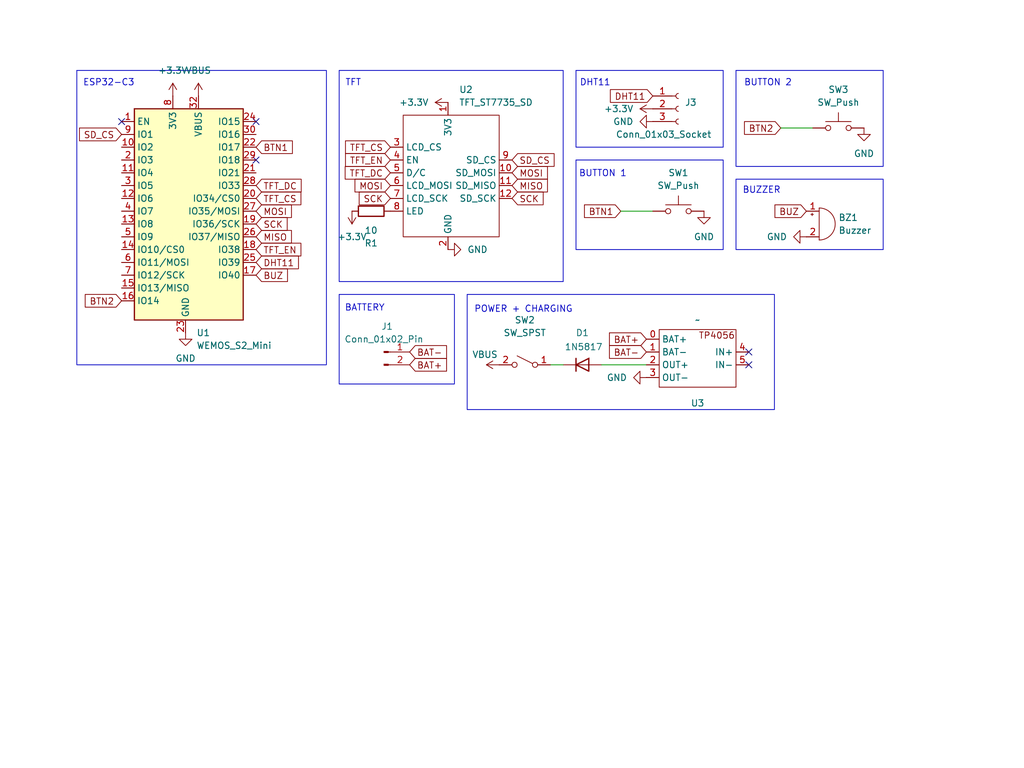
<source format=kicad_sch>
(kicad_sch (version 20241004) (generator "eeschema") (generator_version "8.99")
  (paper "User" 203.2 152.4)
  (title_block (title "Weather Dashboard") (date "2024-12-07") (rev "2") (company "Hack Club - Asylum") (comment 1 "@grimsteel"))
  (lib_symbols
    (symbol "Connector:Conn_01x02_Pin" (pin_names (offset 1.016) (hide yes))
      (property "Reference" "J" (at 0 2.54 0))
      (property "Value" "Conn_01x02_Pin" (at 0 -5.08 0))
      (symbol "Conn_01x02_Pin_1_1"
        (rectangle (start 0.8636 0.127) (end 0 -0.127) (stroke (width 0.1524)) (fill (type outline)))
        (rectangle (start 0.8636 -2.413) (end 0 -2.667) (stroke (width 0.1524)) (fill (type outline)))
        (polyline (pts (xy 1.27 0) (xy 0.8636 0)) (stroke (width 0.1524)))
        (polyline (pts (xy 1.27 -2.54) (xy 0.8636 -2.54)) (stroke (width 0.1524)))
        (pin passive line (at 5.08 0 180) (length 3.81) (name "Pin_1") (number "1"))
        (pin passive line (at 5.08 -2.54 180) (length 3.81) (name "Pin_2") (number "2"))
      )
    )
    (symbol "Connector:Conn_01x03_Socket" (pin_names (offset 1.016) (hide yes))
      (property "Reference" "J" (at 0 5.08 0))
      (property "Value" "Conn_01x03_Socket" (at 0 -5.08 0))
      (symbol "Conn_01x03_Socket_1_1"
        (polyline (pts (xy -1.27 2.54) (xy -0.508 2.54)) (stroke (width 0.1524)))
        (polyline (pts (xy -1.27 0) (xy -0.508 0)) (stroke (width 0.1524)))
        (polyline (pts (xy -1.27 -2.54) (xy -0.508 -2.54)) (stroke (width 0.1524)))
        (arc (start 0 2.032) (mid -0.5058 2.54) (end 0 3.048) (stroke (width 0.1524)))
        (arc (start 0 -0.508) (mid -0.5058 0) (end 0 0.508) (stroke (width 0.1524)))
        (arc (start 0 -3.048) (mid -0.5058 -2.54) (end 0 -2.032) (stroke (width 0.1524)))
        (pin passive line (at -5.08 2.54 0) (length 3.81) (name "Pin_1") (number "1"))
        (pin passive line (at -5.08 0 0) (length 3.81) (name "Pin_2") (number "2"))
        (pin passive line (at -5.08 -2.54 0) (length 3.81) (name "Pin_3") (number "3"))
      )
    )
    (symbol "Device:Buzzer" (pin_names (offset 0.0254) (hide yes))
      (property "Reference" "BZ" (at 3.81 1.27 0))
      (property "Value" "Buzzer" (at 3.81 -1.27 0))
      (symbol "Buzzer_0_1"
        (polyline (pts (xy -1.651 1.905) (xy -1.143 1.905)))
        (polyline (pts (xy -1.397 2.159) (xy -1.397 1.651)))
        (arc (start 0 3.175) (mid 3.1612 0) (end 0 -3.175))
        (polyline (pts (xy 0 3.175) (xy 0 -3.175)))
      )
      (symbol "Buzzer_1_1"
        (pin passive line (at -2.54 2.54 0) (length 2.54) (name "+") (number "1"))
        (pin passive line (at -2.54 -2.54 0) (length 2.54) (name "-") (number "2"))
      )
    )
    (symbol "Device:D" (pin_numbers (hide yes)) (pin_names (offset 1.016) (hide yes))
      (property "Reference" "D" (at 0 2.54 0))
      (property "Value" "D" (at 0 -2.54 0))
      (symbol "D_0_1"
        (polyline (pts (xy -1.27 1.27) (xy -1.27 -1.27)) (stroke (width 0.254)))
        (polyline (pts (xy 1.27 1.27) (xy 1.27 -1.27) (xy -1.27 0) (xy 1.27 1.27)) (stroke (width 0.254)))
        (polyline (pts (xy 1.27 0) (xy -1.27 0)))
      )
      (symbol "D_1_1"
        (pin passive line (at -3.81 0 0) (length 2.54) (name "K") (number "1"))
        (pin passive line (at 3.81 0 180) (length 2.54) (name "A") (number "2"))
      )
    )
    (symbol "Device:R" (pin_numbers (hide yes)) (pin_names (offset 0))
      (property "Reference" "R" (at 2.032 0 90))
      (property "Value" "R" (at 0 0 90))
      (symbol "R_0_1"
        (rectangle (start -1.016 -2.54) (end 1.016 2.54) (stroke (width 0.254)))
      )
      (symbol "R_1_1"
        (pin passive line (at 0 3.81 270) (length 1.27) (name "~") (number "1"))
        (pin passive line (at 0 -3.81 90) (length 1.27) (name "~") (number "2"))
      )
    )
    (symbol "Switch:SW_Push" (pin_numbers (hide yes)) (pin_names (offset 1.016) (hide yes))
      (property "Reference" "SW" (at 1.27 2.54 0))
      (property "Value" "SW_Push" (at 0 -1.524 0))
      (symbol "SW_Push_0_1"
        (circle (center -2.032 0) (radius 0.508))
        (polyline (pts (xy 0 1.27) (xy 0 3.048)))
        (circle (center 2.032 0) (radius 0.508))
        (polyline (pts (xy 2.54 1.27) (xy -2.54 1.27)))
        (pin passive line (at -5.08 0 0) (length 2.54) (name "1") (number "1"))
        (pin passive line (at 5.08 0 180) (length 2.54) (name "2") (number "2"))
      )
    )
    (symbol "Switch:SW_SPST" (pin_names (offset 0) (hide yes))
      (property "Reference" "SW" (at 0 3.175 0))
      (property "Value" "SW_SPST" (at 0 -2.54 0))
      (symbol "SW_SPST_0_0"
        (circle (center -2.032 0) (radius 0.508))
        (polyline (pts (xy -1.524 0.254) (xy 1.524 1.778)))
        (circle (center 2.032 0) (radius 0.508))
      )
      (symbol "SW_SPST_1_1"
        (pin passive line (at -5.08 0 0) (length 2.54) (name "A") (number "1"))
        (pin passive line (at 5.08 0 180) (length 2.54) (name "B") (number "2"))
      )
    )
    (symbol "asylum-weather:TFT_ST7735_SD"
      (property "Reference" "U" (at 6.858 -15.748 0))
      (property "Value" "TFT_ST7735_SD" (at 13.462 -18.288 0))
      (symbol "TFT_ST7735_SD_0_1"
        (rectangle (start -5.08 10.16) (end 13.97 -13.97))
      )
      (symbol "TFT_ST7735_SD_1_1"
        (pin input line (at -7.62 3.81 0) (length 2.54) (name "LCD_CS") (number "3"))
        (pin input line (at -7.62 1.27 0) (length 2.54) (name "EN") (number "4"))
        (pin input line (at -7.62 -1.27 0) (length 2.54) (name "D/C") (number "5"))
        (pin input line (at -7.62 -3.81 0) (length 2.54) (name "LCD_MOSI") (number "6"))
        (pin input line (at -7.62 -6.35 0) (length 2.54) (name "LCD_SCK") (number "7"))
        (pin power_in line (at -7.62 -8.89 0) (length 2.54) (name "LED") (number "8"))
        (pin power_in line (at 3.81 12.7 270) (length 2.54) (name "3V3") (number "1"))
        (pin power_in line (at 3.81 -16.51 90) (length 2.54) (name "GND") (number "2"))
        (pin input line (at 16.51 1.27 180) (length 2.54) (name "SD_CS") (number "9"))
        (pin input line (at 16.51 -1.27 180) (length 2.54) (name "SD_MOSI") (number "10"))
        (pin output line (at 16.51 -3.81 180) (length 2.54) (name "SD_MISO") (number "11"))
        (pin input line (at 16.51 -6.35 180) (length 2.54) (name "SD_SCK") (number "12"))
      )
    )
    (symbol "asylum-weather:TP4056"
      (property "Reference" "U" (at 0 0 0))
      (symbol "TP4056_0_1"
        (rectangle (start -7.62 5.715) (end 7.62 -5.715))
      )
      (symbol "TP4056_1_1"
        (text "TP4056\n" (at 3.81 4.572 0) (effects (font (size 1.27 1.27))))
        (pin power_out line (at -10.16 3.81 0) (length 2.54) (name "BAT+") (number "0"))
        (pin power_out line (at -10.16 1.27 0) (length 2.54) (name "BAT-") (number "1"))
        (pin power_out line (at -10.16 -1.27 0) (length 2.54) (name "OUT+") (number "2"))
        (pin power_out line (at -10.16 -3.81 0) (length 2.54) (name "OUT-") (number "3"))
        (pin power_out line (at 10.16 1.27 180) (length 2.54) (name "IN+") (number "4"))
        (pin power_out line (at 10.16 -1.27 180) (length 2.54) (name "IN-") (number "5"))
      )
    )
    (symbol "asylum-weather:WEMOS_S2_Mini"
      (property "Reference" "U1" (at 21.336 -29.21 0))
      (property "Value" "WEMOS_S2_Mini" (at 21.336 -31.75 0))
      (symbol "WEMOS_S2_Mini_1_1"
        (rectangle (start -7.62 17.78) (end 13.97 -24.13) (stroke (width 0.254)) (fill (type background)))
        (pin input line (at -10.16 15.24 0) (length 2.54) (name "EN") (number "1"))
        (pin bidirectional line (at -10.16 12.7 0) (length 2.54) (name "IO1") (number "9"))
        (pin bidirectional line (at -10.16 10.16 0) (length 2.54) (name "IO2") (number "10"))
        (pin bidirectional line (at -10.16 7.62 0) (length 2.54) (name "IO3") (number "2"))
        (pin bidirectional line (at -10.16 5.08 0) (length 2.54) (name "IO4") (number "11"))
        (pin bidirectional line (at -10.16 2.54 0) (length 2.54) (name "IO5") (number "3"))
        (pin bidirectional line (at -10.16 0 0) (length 2.54) (name "IO6") (number "12"))
        (pin bidirectional line (at -10.16 -2.54 0) (length 2.54) (name "IO7") (number "4"))
        (pin bidirectional line (at -10.16 -5.08 0) (length 2.54) (name "IO8") (number "13"))
        (pin bidirectional line (at -10.16 -7.62 0) (length 2.54) (name "IO9") (number "5"))
        (pin bidirectional line (at -10.16 -10.16 0) (length 2.54) (name "IO10/CS0") (number "14"))
        (pin bidirectional line (at -10.16 -12.7 0) (length 2.54) (name "IO11/MOSI") (number "6"))
        (pin bidirectional line (at -10.16 -15.24 0) (length 2.54) (name "IO12/SCK") (number "7"))
        (pin bidirectional line (at -10.16 -17.78 0) (length 2.54) (name "IO13/MISO") (number "15"))
        (pin bidirectional line (at -10.16 -20.32 0) (length 2.54) (name "IO14") (number "16"))
        (pin power_out line (at 0 20.32 270) (length 2.54) (name "3V3") (number "8"))
        (pin power_out line (at 2.54 -26.67 90) (length 2.54) (name "GND") (number "23"))
        (pin power_in line (at 5.08 20.32 270) (length 2.54) (name "VBUS") (number "32"))
        (pin bidirectional line (at 16.51 15.24 180) (length 2.54) (name "IO15") (number "24"))
        (pin bidirectional line (at 16.51 12.7 180) (length 2.54) (name "IO16") (number "30"))
        (pin bidirectional line (at 16.51 10.16 180) (length 2.54) (name "IO17") (number "22"))
        (pin bidirectional line (at 16.51 7.62 180) (length 2.54) (name "IO18") (number "29"))
        (pin bidirectional line (at 16.51 5.08 180) (length 2.54) (name "IO21") (number "21"))
        (pin bidirectional line (at 16.51 2.54 180) (length 2.54) (name "IO33") (number "28"))
        (pin bidirectional line (at 16.51 0 180) (length 2.54) (name "IO34/CS0") (number "20"))
        (pin bidirectional line (at 16.51 -2.54 180) (length 2.54) (name "IO35/MOSI") (number "27"))
        (pin bidirectional line (at 16.51 -5.08 180) (length 2.54) (name "IO36/SCK") (number "19"))
        (pin bidirectional line (at 16.51 -7.62 180) (length 2.54) (name "IO37/MISO") (number "26"))
        (pin bidirectional line (at 16.51 -10.16 180) (length 2.54) (name "IO38") (number "18"))
        (pin bidirectional line (at 16.51 -12.7 180) (length 2.54) (name "IO39") (number "25"))
        (pin bidirectional line (at 16.51 -15.24 180) (length 2.54) (name "IO40") (number "17"))
      )
    )
    (symbol "power:+3.3V" (power) (pin_numbers (hide yes)) (pin_names (offset 0) (hide yes))
      (property "Value" "+3.3V" (at 0 3.556 0))
      (symbol "+3.3V_0_1"
        (polyline (pts (xy -0.762 1.27) (xy 0 2.54)))
        (polyline (pts (xy 0 2.54) (xy 0.762 1.27)))
        (polyline (pts (xy 0 0) (xy 0 2.54)))
      )
      (symbol "+3.3V_1_1"
        (pin power_in line (at 0 0 90) (length 0) (name "~") (number "1"))
      )
    )
    (symbol "power:GND" (power) (pin_numbers (hide yes)) (pin_names (offset 0) (hide yes))
      (property "Value" "GND" (at 0 -3.81 0))
      (symbol "GND_0_1"
        (polyline (pts (xy 0 0) (xy 0 -1.27) (xy 1.27 -1.27) (xy 0 -2.54) (xy -1.27 -1.27) (xy 0 -1.27)))
      )
      (symbol "GND_1_1"
        (pin power_in line (at 0 0 270) (length 0) (name "~") (number "1"))
      )
    )
    (symbol "power:VBUS" (power) (pin_numbers (hide yes)) (pin_names (offset 0) (hide yes))
      (property "Value" "VBUS" (at 0 3.556 0))
      (symbol "VBUS_0_1"
        (polyline (pts (xy -0.762 1.27) (xy 0 2.54)))
        (polyline (pts (xy 0 2.54) (xy 0.762 1.27)))
        (polyline (pts (xy 0 0) (xy 0 2.54)))
      )
      (symbol "VBUS_1_1"
        (pin power_in line (at 0 0 90) (length 0) (name "~") (number "1"))
      )
    )
  )
  (rectangle (start 146.05 13.97) (end 175.26 33.02))
  (rectangle (start 92.71 58.42) (end 153.67 81.28))
  (rectangle (start 15.24 13.97) (end 64.77 72.39))
  (rectangle (start 146.05 35.56) (end 175.26 49.53))
  (rectangle (start 67.31 58.42) (end 90.17 76.2))
  (rectangle (start 67.31 13.97) (end 111.76 55.88))
  (rectangle (start 114.3 31.75) (end 143.51 49.53))
  (rectangle (start 114.3 13.97) (end 143.51 29.21))
  (text "BUTTON 2" (at 152.4 16.51 0) (effects (font (size 1.27 1.27))))
  (text "BUTTON 1\n" (at 119.634 34.544 0) (effects (font (size 1.27 1.27))))
  (text "ESP32-C3\n" (at 21.59 16.51 0) (effects (font (size 1.27 1.27))))
  (text "POWER + CHARGING" (at 103.886 61.468 0) (effects (font (size 1.27 1.27))))
  (text "TFT" (at 70.104 16.51 0) (effects (font (size 1.27 1.27))))
  (text "DHT11" (at 118.11 16.51 0) (effects (font (size 1.27 1.27))))
  (text "BUZZER" (at 151.13 37.846 0) (effects (font (size 1.27 1.27))))
  (text "BATTERY" (at 72.39 61.214 0) (effects (font (size 1.27 1.27))))
  (no_connect (at 148.59 69.85))
  (no_connect (at 24.13 24.13))
  (no_connect (at 148.59 72.39))
  (no_connect (at 50.8 24.13))
  (no_connect (at 50.8 31.75))
  (wire (pts (xy 123.19 41.91) (xy 129.54 41.91)))
  (wire (pts (xy 109.22 72.39) (xy 111.76 72.39)))
  (wire (pts (xy 119.38 72.39) (xy 128.27 72.39)))
  (wire (pts (xy 154.94 25.4) (xy 161.29 25.4)))
  (global_label "SCK" (shape input) (at 77.47 39.37 180) (property "Intersheetrefs" "${INTERSHEET_REFS}" (effects (hide yes))))
  (global_label "BUZ" (shape input) (at 160.02 41.91 180) (property "Intersheetrefs" "${INTERSHEET_REFS}" (effects (hide yes))))
  (global_label "DHT11" (shape input) (at 129.54 19.05 180) (property "Intersheetrefs" "${INTERSHEET_REFS}" (effects (hide yes))))
  (global_label "SCK" (shape input) (at 101.6 39.37 0) (property "Intersheetrefs" "${INTERSHEET_REFS}" (effects (hide yes))))
  (global_label "BTN2" (shape input) (at 154.94 25.4 180) (property "Intersheetrefs" "${INTERSHEET_REFS}" (effects (hide yes))))
  (global_label "BTN1" (shape input) (at 50.8 29.21 0) (property "Intersheetrefs" "${INTERSHEET_REFS}" (effects (hide yes))))
  (global_label "TFT_CS" (shape input) (at 77.47 29.21 180) (property "Intersheetrefs" "${INTERSHEET_REFS}" (effects (hide yes))))
  (global_label "BAT-" (shape input) (at 128.27 69.85 180) (property "Intersheetrefs" "${INTERSHEET_REFS}" (effects (hide yes))))
  (global_label "TFT_EN" (shape input) (at 50.8 49.53 0) (property "Intersheetrefs" "${INTERSHEET_REFS}" (effects (hide yes))))
  (global_label "SD_CS" (shape input) (at 101.6 31.75 0) (property "Intersheetrefs" "${INTERSHEET_REFS}" (effects (hide yes))))
  (global_label "MOSI" (shape input) (at 77.47 36.83 180) (property "Intersheetrefs" "${INTERSHEET_REFS}" (effects (hide yes))))
  (global_label "BAT+" (shape input) (at 128.27 67.31 180) (property "Intersheetrefs" "${INTERSHEET_REFS}" (effects (hide yes))))
  (global_label "BTN2" (shape input) (at 24.13 59.69 180) (property "Intersheetrefs" "${INTERSHEET_REFS}" (effects (hide yes))))
  (global_label "TFT_CS" (shape input) (at 50.8 39.37 0) (property "Intersheetrefs" "${INTERSHEET_REFS}" (effects (hide yes))))
  (global_label "TFT_DC" (shape input) (at 50.8 36.83 0) (property "Intersheetrefs" "${INTERSHEET_REFS}" (effects (hide yes))))
  (global_label "BUZ" (shape input) (at 50.8 54.61 0) (property "Intersheetrefs" "${INTERSHEET_REFS}" (effects (hide yes))))
  (global_label "BTN1" (shape input) (at 123.19 41.91 180) (property "Intersheetrefs" "${INTERSHEET_REFS}" (effects (hide yes))))
  (global_label "MISO" (shape input) (at 101.6 36.83 0) (property "Intersheetrefs" "${INTERSHEET_REFS}" (effects (hide yes))))
  (global_label "SCK" (shape input) (at 50.8 44.45 0) (property "Intersheetrefs" "${INTERSHEET_REFS}" (effects (hide yes))))
  (global_label "SD_CS" (shape input) (at 24.13 26.67 180) (property "Intersheetrefs" "${INTERSHEET_REFS}" (effects (hide yes))))
  (global_label "TFT_DC" (shape input) (at 77.47 34.29 180) (property "Intersheetrefs" "${INTERSHEET_REFS}" (effects (hide yes))))
  (global_label "BAT+" (shape input) (at 81.28 72.39 0) (property "Intersheetrefs" "${INTERSHEET_REFS}" (effects (hide yes))))
  (global_label "MOSI" (shape input) (at 101.6 34.29 0) (property "Intersheetrefs" "${INTERSHEET_REFS}" (effects (hide yes))))
  (global_label "MISO" (shape input) (at 50.8 46.99 0) (property "Intersheetrefs" "${INTERSHEET_REFS}" (effects (hide yes))))
  (global_label "MOSI" (shape input) (at 50.8 41.91 0) (property "Intersheetrefs" "${INTERSHEET_REFS}" (effects (hide yes))))
  (global_label "DHT11" (shape input) (at 50.8 52.07 0) (property "Intersheetrefs" "${INTERSHEET_REFS}" (effects (hide yes))))
  (global_label "BAT-" (shape input) (at 81.28 69.85 0) (property "Intersheetrefs" "${INTERSHEET_REFS}" (effects (hide yes))))
  (global_label "TFT_EN" (shape input) (at 77.47 31.75 180) (property "Intersheetrefs" "${INTERSHEET_REFS}" (effects (hide yes))))
  (symbol (lib_id "Connector:Conn_01x02_Pin") (at 76.2 69.85 0) (unit 1)
    (property "Reference" "J1" (at 76.835 64.77 0))
    (property "Value" "Conn_01x02_Pin" (at 76.2 67.31 0))
    (property "Footprint" "Connector_JST:JST_PH_B2B-PH-K_1x02_P2.00mm_Vertical" (effects (hide yes)))
    (property "Description" "Generic connector, single row, 01x02, script generated" (effects (hide yes)))
  )
  (symbol (lib_id "power:+3.3V") (at 129.54 21.59 90) (unit 1)
    (property "Reference" "#PWR07" (effects (hide yes)))
    (property "Value" "+3.3V" (at 125.73 21.5899 90) (effects (justify left)))
    (property "Description" "Power symbol creates a global label with name \"+3.3V\"" (effects (hide yes)))
  )
  (symbol (lib_id "power:VBUS") (at 99.06 72.39 90) (unit 1)
    (property "Reference" "#PWR012" (effects (hide yes)))
    (property "Value" "VBUS" (at 98.806 70.358 90) (effects (justify left)))
    (property "Description" "Power symbol creates a global label with name \"VBUS\"" (effects (hide yes)))
  )
  (symbol (lib_id "Device:D") (at 115.57 72.39 0) (unit 1)
    (property "Reference" "D1" (at 115.57 66.04 0))
    (property "Value" "1N5817" (at 115.824 68.834 0))
    (property "Footprint" "Diode_THT:D_DO-41_SOD81_P7.62mm_Horizontal" (effects (hide yes)))
    (property "Description" "Diode" (effects (hide yes)))
    (property "Sim.Device" "D" (effects (hide yes)))
    (property "Sim.Pins" "1=K 2=A" (effects (hide yes)))
  )
  (symbol (lib_id "Switch:SW_SPST") (at 104.14 72.39 0) (mirror y) (unit 1)
    (property "Reference" "SW2" (at 104.14 63.5 0))
    (property "Value" "SW_SPST" (at 104.14 66.04 0))
    (property "Footprint" "Connector_JST:JST_PH_B2B-PH-K_1x02_P2.00mm_Vertical" (effects (hide yes)))
    (property "Description" "Single Pole Single Throw (SPST) switch" (effects (hide yes)))
  )
  (symbol (lib_id "asylum-weather:WEMOS_S2_Mini") (at 34.29 39.37 0) (unit 1)
    (property "Reference" "U1" (at 38.9733 66.04 0) (effects (justify left)))
    (property "Value" "WEMOS_S2_Mini" (at 38.9733 68.58 0) (effects (justify left)))
    (property "Footprint" "asylum-weather:WEMOS_S2_Mini" (effects (hide yes)))
    (property "Datasheet" "https://wiki.wemos.cc/products:d1:d1_mini#documentation" (effects (hide yes)))
    (property "Description" "32-bit microcontroller module with WiFi" (effects (hide yes)))
  )
  (symbol (lib_id "power:+3.3V") (at 34.29 19.05 0) (unit 1)
    (property "Reference" "#PWR017" (effects (hide yes)))
    (property "Value" "+3.3V" (at 34.29 13.97 0))
    (property "Description" "Power symbol creates a global label with name \"+3.3V\"" (effects (hide yes)))
  )
  (symbol (lib_id "power:+3.3V") (at 69.85 41.91 180) (unit 1)
    (property "Reference" "#PWR03" (effects (hide yes)))
    (property "Value" "+3.3V" (at 69.85 46.99 0))
    (property "Description" "Power symbol creates a global label with name \"+3.3V\"" (effects (hide yes)))
  )
  (symbol (lib_id "Switch:SW_Push") (at 166.37 25.4 0) (unit 1)
    (property "Reference" "SW3" (at 166.37 17.78 0))
    (property "Value" "SW_Push" (at 166.37 20.32 0))
    (property "Footprint" "Button_Switch_THT:SW_PUSH_6mm_H4.3mm" (effects (hide yes)))
    (property "Description" "Push button switch, generic, two pins" (effects (hide yes)))
  )
  (symbol (lib_id "power:GND") (at 36.83 66.04 0) (unit 1)
    (property "Reference" "#PWR018" (effects (hide yes)))
    (property "Value" "GND" (at 36.83 71.12 0))
    (property "Description" "Power symbol creates a global label with name \"GND\" , ground" (effects (hide yes)))
  )
  (symbol (lib_id "Connector:Conn_01x03_Socket") (at 134.62 21.59 0) (unit 1)
    (property "Reference" "J3" (at 135.89 20.3199 0) (effects (justify left)))
    (property "Value" "Conn_01x03_Socket" (at 122.174 26.67 0) (effects (justify left)))
    (property "Footprint" "asylum-weather:DHT11" (effects (hide yes)))
    (property "Description" "Generic connector, single row, 01x03, script generated" (effects (hide yes)))
  )
  (symbol (lib_id "power:GND") (at 171.45 25.4 0) (unit 1)
    (property "Reference" "#PWR014" (effects (hide yes)))
    (property "Value" "GND" (at 171.45 30.48 0))
    (property "Description" "Power symbol creates a global label with name \"GND\" , ground" (effects (hide yes)))
  )
  (symbol (lib_id "power:VBUS") (at 39.37 19.05 0) (unit 1)
    (property "Reference" "#PWR016" (effects (hide yes)))
    (property "Value" "VBUS" (at 39.37 13.97 0))
    (property "Description" "Power symbol creates a global label with name \"VBUS\"" (effects (hide yes)))
  )
  (symbol (lib_id "Device:R") (at 73.66 41.91 90) (mirror x) (unit 1)
    (property "Reference" "R1" (at 73.66 48.26 90))
    (property "Value" "10" (at 73.66 45.72 90))
    (property "Footprint" "Resistor_THT:R_Axial_DIN0207_L6.3mm_D2.5mm_P7.62mm_Horizontal" (effects (hide yes)))
    (property "Description" "Resistor" (effects (hide yes)))
  )
  (symbol (lib_id "power:GND") (at 129.54 24.13 270) (unit 1)
    (property "Reference" "#PWR06" (effects (hide yes)))
    (property "Value" "GND" (at 125.73 24.1299 90) (effects (justify right)))
    (property "Description" "Power symbol creates a global label with name \"GND\" , ground" (effects (hide yes)))
  )
  (symbol (lib_id "asylum-weather:TP4056") (at 138.43 71.12 0) (unit 1)
    (property "Reference" "U3" (at 138.43 80.01 0))
    (property "Value" "~" (at 138.43 63.5 0))
    (property "Footprint" "asylum-weather:TP4056" (effects (hide yes)))
  )
  (symbol (lib_id "power:GND") (at 160.02 46.99 270) (unit 1)
    (property "Reference" "#PWR015" (effects (hide yes)))
    (property "Value" "GND" (at 156.21 46.9899 90) (effects (justify right)))
    (property "Description" "Power symbol creates a global label with name \"GND\" , ground" (effects (hide yes)))
  )
  (symbol (lib_id "Switch:SW_Push") (at 134.62 41.91 0) (unit 1)
    (property "Reference" "SW1" (at 134.62 34.29 0))
    (property "Value" "SW_Push" (at 134.62 36.83 0))
    (property "Footprint" "Button_Switch_THT:SW_PUSH_6mm_H4.3mm" (effects (hide yes)))
    (property "Description" "Push button switch, generic, two pins" (effects (hide yes)))
  )
  (symbol (lib_id "asylum-weather:TFT_ST7735_SD") (at 85.09 33.02 0) (unit 1)
    (property "Reference" "U2" (at 91.0941 17.78 0) (effects (justify left)))
    (property "Value" "TFT_ST7735_SD" (at 91.0941 20.32 0) (effects (justify left)))
    (property "Footprint" "asylum-weather:TFT_ST7735_SD" (effects (hide yes)))
  )
  (symbol (lib_id "power:GND") (at 128.27 74.93 270) (unit 1)
    (property "Reference" "#PWR01" (effects (hide yes)))
    (property "Value" "GND" (at 124.46 74.9299 90) (effects (justify right)))
    (property "Description" "Power symbol creates a global label with name \"GND\" , ground" (effects (hide yes)))
  )
  (symbol (lib_id "Device:Buzzer") (at 162.56 44.45 0) (unit 1)
    (property "Reference" "BZ1" (at 166.37 43.1799 0) (effects (justify left)))
    (property "Value" "Buzzer" (at 166.37 45.7199 0) (effects (justify left)))
    (property "Footprint" "Buzzer_Beeper:Buzzer_12x9.5RM7.6" (effects (hide yes)))
    (property "Description" "Buzzer, polarized" (effects (hide yes)))
  )
  (symbol (lib_id "power:GND") (at 139.7 41.91 0) (unit 1)
    (property "Reference" "#PWR08" (effects (hide yes)))
    (property "Value" "GND" (at 139.7 46.99 0))
    (property "Description" "Power symbol creates a global label with name \"GND\" , ground" (effects (hide yes)))
  )
  (symbol (lib_id "power:+3.3V") (at 88.9 20.32 90) (unit 1)
    (property "Reference" "#PWR010" (effects (hide yes)))
    (property "Value" "+3.3V" (at 85.09 20.3199 90) (effects (justify left)))
    (property "Description" "Power symbol creates a global label with name \"+3.3V\"" (effects (hide yes)))
  )
  (symbol (lib_id "power:GND") (at 88.9 49.53 90) (unit 1)
    (property "Reference" "#PWR011" (effects (hide yes)))
    (property "Value" "GND" (at 92.71 49.5299 90) (effects (justify right)))
    (property "Description" "Power symbol creates a global label with name \"GND\" , ground" (effects (hide yes)))
  )
)
</source>
